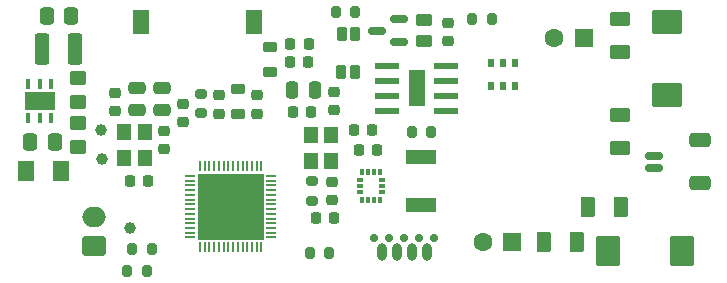
<source format=gbr>
%TF.GenerationSoftware,KiCad,Pcbnew,7.0.7*%
%TF.CreationDate,2023-09-20T12:31:10+02:00*%
%TF.ProjectId,Window_EMP_monitor_59_4x23_5x1.6mm,57696e64-6f77-45f4-954d-505f6d6f6e69,rev?*%
%TF.SameCoordinates,Original*%
%TF.FileFunction,Soldermask,Top*%
%TF.FilePolarity,Negative*%
%FSLAX46Y46*%
G04 Gerber Fmt 4.6, Leading zero omitted, Abs format (unit mm)*
G04 Created by KiCad (PCBNEW 7.0.7) date 2023-09-20 12:31:10*
%MOMM*%
%LPD*%
G01*
G04 APERTURE LIST*
G04 Aperture macros list*
%AMRoundRect*
0 Rectangle with rounded corners*
0 $1 Rounding radius*
0 $2 $3 $4 $5 $6 $7 $8 $9 X,Y pos of 4 corners*
0 Add a 4 corners polygon primitive as box body*
4,1,4,$2,$3,$4,$5,$6,$7,$8,$9,$2,$3,0*
0 Add four circle primitives for the rounded corners*
1,1,$1+$1,$2,$3*
1,1,$1+$1,$4,$5*
1,1,$1+$1,$6,$7*
1,1,$1+$1,$8,$9*
0 Add four rect primitives between the rounded corners*
20,1,$1+$1,$2,$3,$4,$5,0*
20,1,$1+$1,$4,$5,$6,$7,0*
20,1,$1+$1,$6,$7,$8,$9,0*
20,1,$1+$1,$8,$9,$2,$3,0*%
G04 Aperture macros list end*
%ADD10C,0.010000*%
%ADD11RoundRect,0.250000X-0.787500X-1.025000X0.787500X-1.025000X0.787500X1.025000X-0.787500X1.025000X0*%
%ADD12RoundRect,0.200000X-0.275000X0.200000X-0.275000X-0.200000X0.275000X-0.200000X0.275000X0.200000X0*%
%ADD13C,1.000000*%
%ADD14RoundRect,0.200000X-0.200000X-0.275000X0.200000X-0.275000X0.200000X0.275000X-0.200000X0.275000X0*%
%ADD15RoundRect,0.200000X0.275000X-0.200000X0.275000X0.200000X-0.275000X0.200000X-0.275000X-0.200000X0*%
%ADD16RoundRect,0.225000X0.225000X0.250000X-0.225000X0.250000X-0.225000X-0.250000X0.225000X-0.250000X0*%
%ADD17RoundRect,0.250000X0.625000X-0.375000X0.625000X0.375000X-0.625000X0.375000X-0.625000X-0.375000X0*%
%ADD18RoundRect,0.150000X0.625000X-0.150000X0.625000X0.150000X-0.625000X0.150000X-0.625000X-0.150000X0*%
%ADD19RoundRect,0.250000X0.650000X-0.350000X0.650000X0.350000X-0.650000X0.350000X-0.650000X-0.350000X0*%
%ADD20R,1.400000X2.100000*%
%ADD21RoundRect,0.250000X-0.475000X0.250000X-0.475000X-0.250000X0.475000X-0.250000X0.475000X0.250000X0*%
%ADD22RoundRect,0.250000X1.025000X-0.787500X1.025000X0.787500X-1.025000X0.787500X-1.025000X-0.787500X0*%
%ADD23RoundRect,0.225000X0.250000X-0.225000X0.250000X0.225000X-0.250000X0.225000X-0.250000X-0.225000X0*%
%ADD24RoundRect,0.225000X-0.250000X0.225000X-0.250000X-0.225000X0.250000X-0.225000X0.250000X0.225000X0*%
%ADD25RoundRect,0.225000X-0.225000X-0.250000X0.225000X-0.250000X0.225000X0.250000X-0.225000X0.250000X0*%
%ADD26RoundRect,0.218750X-0.381250X0.218750X-0.381250X-0.218750X0.381250X-0.218750X0.381250X0.218750X0*%
%ADD27RoundRect,0.250000X0.250000X0.475000X-0.250000X0.475000X-0.250000X-0.475000X0.250000X-0.475000X0*%
%ADD28R,1.200000X1.400000*%
%ADD29R,0.350000X0.580000*%
%ADD30R,0.580000X0.350000*%
%ADD31RoundRect,0.041300X-0.948700X-0.253700X0.948700X-0.253700X0.948700X0.253700X-0.948700X0.253700X0*%
%ADD32RoundRect,0.098350X-0.604150X-1.437900X0.604150X-1.437900X0.604150X1.437900X-0.604150X1.437900X0*%
%ADD33RoundRect,0.250000X-0.375000X-0.625000X0.375000X-0.625000X0.375000X0.625000X-0.375000X0.625000X0*%
%ADD34RoundRect,0.250000X-0.337500X-0.475000X0.337500X-0.475000X0.337500X0.475000X-0.337500X0.475000X0*%
%ADD35RoundRect,0.250000X0.375000X1.075000X-0.375000X1.075000X-0.375000X-1.075000X0.375000X-1.075000X0*%
%ADD36RoundRect,0.050000X-0.050000X0.387500X-0.050000X-0.387500X0.050000X-0.387500X0.050000X0.387500X0*%
%ADD37RoundRect,0.050000X-0.387500X0.050000X-0.387500X-0.050000X0.387500X-0.050000X0.387500X0.050000X0*%
%ADD38R,5.600000X5.600000*%
%ADD39R,1.600000X1.600000*%
%ADD40C,1.600000*%
%ADD41RoundRect,0.250000X0.337500X0.475000X-0.337500X0.475000X-0.337500X-0.475000X0.337500X-0.475000X0*%
%ADD42RoundRect,0.250000X-0.450000X0.350000X-0.450000X-0.350000X0.450000X-0.350000X0.450000X0.350000X0*%
%ADD43RoundRect,0.200000X0.200000X0.275000X-0.200000X0.275000X-0.200000X-0.275000X0.200000X-0.275000X0*%
%ADD44RoundRect,0.250000X-0.450000X0.262500X-0.450000X-0.262500X0.450000X-0.262500X0.450000X0.262500X0*%
%ADD45RoundRect,0.250000X0.750000X-0.600000X0.750000X0.600000X-0.750000X0.600000X-0.750000X-0.600000X0*%
%ADD46O,2.000000X1.700000*%
%ADD47R,0.420000X0.840000*%
%ADD48R,2.500000X1.600000*%
%ADD49RoundRect,0.037100X-0.227900X0.317900X-0.227900X-0.317900X0.227900X-0.317900X0.227900X0.317900X0*%
%ADD50C,0.700000*%
%ADD51O,0.800000X1.500000*%
%ADD52RoundRect,0.124800X-0.275200X0.475200X-0.275200X-0.475200X0.275200X-0.475200X0.275200X0.475200X0*%
%ADD53RoundRect,0.250001X-0.462499X-0.624999X0.462499X-0.624999X0.462499X0.624999X-0.462499X0.624999X0*%
%ADD54RoundRect,0.150000X0.587500X0.150000X-0.587500X0.150000X-0.587500X-0.150000X0.587500X-0.150000X0*%
G04 APERTURE END LIST*
%TO.C,U1*%
D10*
X171950000Y-95257700D02*
X171548160Y-95257700D01*
X171548160Y-94160000D01*
X171950000Y-94160000D01*
X171950000Y-95257700D01*
G36*
X171950000Y-95257700D02*
G01*
X171548160Y-95257700D01*
X171548160Y-94160000D01*
X171950000Y-94160000D01*
X171950000Y-95257700D01*
G37*
X171950000Y-99362960D02*
X171548640Y-99362960D01*
X171548640Y-98260000D01*
X171950000Y-98260000D01*
X171950000Y-99362960D01*
G36*
X171950000Y-99362960D02*
G01*
X171548640Y-99362960D01*
X171548640Y-98260000D01*
X171950000Y-98260000D01*
X171950000Y-99362960D01*
G37*
X172450000Y-99364080D02*
X172048903Y-99364080D01*
X172048903Y-98260000D01*
X172450000Y-98260000D01*
X172450000Y-99364080D01*
G36*
X172450000Y-99364080D02*
G01*
X172048903Y-99364080D01*
X172048903Y-98260000D01*
X172450000Y-98260000D01*
X172450000Y-99364080D01*
G37*
X172450000Y-95259470D02*
X172049752Y-95259470D01*
X172049752Y-94160000D01*
X172450000Y-94160000D01*
X172450000Y-95259470D01*
G36*
X172450000Y-95259470D02*
G01*
X172049752Y-95259470D01*
X172049752Y-94160000D01*
X172450000Y-94160000D01*
X172450000Y-95259470D01*
G37*
X172950000Y-99363810D02*
X172549707Y-99363810D01*
X172549707Y-98260000D01*
X172950000Y-98260000D01*
X172950000Y-99363810D01*
G36*
X172950000Y-99363810D02*
G01*
X172549707Y-99363810D01*
X172549707Y-98260000D01*
X172950000Y-98260000D01*
X172950000Y-99363810D01*
G37*
X172950000Y-95258350D02*
X172549780Y-95258350D01*
X172549780Y-94160000D01*
X172950000Y-94160000D01*
X172950000Y-95258350D01*
G36*
X172950000Y-95258350D02*
G01*
X172549780Y-95258350D01*
X172549780Y-94160000D01*
X172950000Y-94160000D01*
X172950000Y-95258350D01*
G37*
X173450000Y-95259660D02*
X173050069Y-95259660D01*
X173050069Y-94160000D01*
X173450000Y-94160000D01*
X173450000Y-95259660D01*
G36*
X173450000Y-95259660D02*
G01*
X173050069Y-95259660D01*
X173050069Y-94160000D01*
X173450000Y-94160000D01*
X173450000Y-95259660D01*
G37*
X173450000Y-99363510D02*
X173050405Y-99363510D01*
X173050405Y-98260000D01*
X173450000Y-98260000D01*
X173450000Y-99363510D01*
G36*
X173450000Y-99363510D02*
G01*
X173050405Y-99363510D01*
X173050405Y-98260000D01*
X173450000Y-98260000D01*
X173450000Y-99363510D01*
G37*
X173950000Y-95259340D02*
X173550351Y-95259340D01*
X173550351Y-94160000D01*
X173950000Y-94160000D01*
X173950000Y-95259340D01*
G36*
X173950000Y-95259340D02*
G01*
X173550351Y-95259340D01*
X173550351Y-94160000D01*
X173950000Y-94160000D01*
X173950000Y-95259340D01*
G37*
X173950000Y-99361600D02*
X173550491Y-99361600D01*
X173550491Y-98260000D01*
X173950000Y-98260000D01*
X173950000Y-99361600D01*
G36*
X173950000Y-99361600D02*
G01*
X173550491Y-99361600D01*
X173550491Y-98260000D01*
X173950000Y-98260000D01*
X173950000Y-99361600D01*
G37*
%TD*%
D11*
%TO.C,probeC2*%
X188610000Y-102710000D03*
X194835000Y-102710000D03*
%TD*%
D12*
%TO.C,ER1*%
X154150000Y-89425000D03*
X154150000Y-91075000D03*
%TD*%
D13*
%TO.C,TP2*%
X145730000Y-94920000D03*
%TD*%
D14*
%TO.C,BAT_SENSE_R2*%
X148345000Y-102560000D03*
X149995000Y-102560000D03*
%TD*%
D15*
%TO.C,ER3*%
X163580000Y-98455000D03*
X163580000Y-96805000D03*
%TD*%
D16*
%TO.C,EC2*%
X163495000Y-90990000D03*
X161945000Y-90990000D03*
%TD*%
D17*
%TO.C,DMPprobeSS12_2*%
X189620000Y-85890000D03*
X189620000Y-83090000D03*
%TD*%
D18*
%TO.C,SHJ1*%
X192490000Y-95670000D03*
X192490000Y-94670000D03*
D19*
X196365000Y-96970000D03*
X196365000Y-93370000D03*
%TD*%
D20*
%TO.C,ANT1*%
X158599500Y-83340000D03*
X149099500Y-83340000D03*
%TD*%
D21*
%TO.C,EC7*%
X150830000Y-88910000D03*
X150830000Y-90810000D03*
%TD*%
D22*
%TO.C,probeC1*%
X193640000Y-89545000D03*
X193640000Y-83320000D03*
%TD*%
D23*
%TO.C,EC10*%
X158920000Y-91095000D03*
X158920000Y-89545000D03*
%TD*%
D24*
%TO.C,EC6*%
X155650000Y-89555000D03*
X155650000Y-91105000D03*
%TD*%
D25*
%TO.C,EC14*%
X148125000Y-96770000D03*
X149675000Y-96770000D03*
%TD*%
D26*
%TO.C,L1*%
X157280000Y-88987500D03*
X157280000Y-91112500D03*
%TD*%
D27*
%TO.C,EC3*%
X163770000Y-89060000D03*
X161870000Y-89060000D03*
%TD*%
D25*
%TO.C,EC13*%
X167115000Y-92520000D03*
X168665000Y-92520000D03*
%TD*%
D14*
%TO.C,BAT_SENSE_R1*%
X147895000Y-104390000D03*
X149545000Y-104390000D03*
%TD*%
%TO.C,I2C_SCL_R2*%
X177125000Y-83110000D03*
X178775000Y-83110000D03*
%TD*%
D28*
%TO.C,ECY1*%
X147670000Y-92670000D03*
X147670000Y-94870000D03*
X149370000Y-94870000D03*
X149370000Y-92670000D03*
%TD*%
D29*
%TO.C,IMU1*%
X169270000Y-96020000D03*
X168770000Y-96020000D03*
X168270000Y-96020000D03*
X167770000Y-96020000D03*
D30*
X167595000Y-96695000D03*
X167595000Y-97195000D03*
X167595000Y-97695000D03*
D29*
X167770000Y-98370000D03*
X168270000Y-98370000D03*
X168770000Y-98370000D03*
X169270000Y-98370000D03*
D30*
X169445000Y-97695000D03*
X169445000Y-97195000D03*
X169445000Y-96695000D03*
%TD*%
D31*
%TO.C,U5*%
X169920000Y-87040000D03*
X169920000Y-88310000D03*
X169920000Y-89580000D03*
X169920000Y-90850000D03*
X174860000Y-90850000D03*
X174860000Y-89580000D03*
X174860000Y-88310000D03*
X174860000Y-87040000D03*
D32*
X172460000Y-88895000D03*
%TD*%
D33*
%TO.C,probeSS12_4*%
X183200000Y-101960000D03*
X186000000Y-101960000D03*
%TD*%
D34*
%TO.C,AUR_C2*%
X139672500Y-93520000D03*
X141747500Y-93520000D03*
%TD*%
D25*
%TO.C,EC9*%
X161685000Y-86750000D03*
X163235000Y-86750000D03*
%TD*%
D33*
%TO.C,probeSS12_3*%
X186950000Y-99010000D03*
X189750000Y-99010000D03*
%TD*%
D23*
%TO.C,EC15*%
X165450000Y-90805000D03*
X165450000Y-89255000D03*
%TD*%
D35*
%TO.C,AUR_l1*%
X143520000Y-85600000D03*
X140720000Y-85600000D03*
%TD*%
D36*
%TO.C,ESP32S1*%
X159270000Y-95542500D03*
X158870000Y-95542500D03*
X158470000Y-95542500D03*
X158070000Y-95542500D03*
X157670000Y-95542500D03*
X157270000Y-95542500D03*
X156870000Y-95542500D03*
X156470000Y-95542500D03*
X156070000Y-95542500D03*
X155670000Y-95542500D03*
X155270000Y-95542500D03*
X154870000Y-95542500D03*
X154470000Y-95542500D03*
X154070000Y-95542500D03*
D37*
X153232500Y-96380000D03*
X153232500Y-96780000D03*
X153232500Y-97180000D03*
X153232500Y-97580000D03*
X153232500Y-97980000D03*
X153232500Y-98380000D03*
X153232500Y-98780000D03*
X153232500Y-99180000D03*
X153232500Y-99580000D03*
X153232500Y-99980000D03*
X153232500Y-100380000D03*
X153232500Y-100780000D03*
X153232500Y-101180000D03*
X153232500Y-101580000D03*
D36*
X154070000Y-102417500D03*
X154470000Y-102417500D03*
X154870000Y-102417500D03*
X155270000Y-102417500D03*
X155670000Y-102417500D03*
X156070000Y-102417500D03*
X156470000Y-102417500D03*
X156870000Y-102417500D03*
X157270000Y-102417500D03*
X157670000Y-102417500D03*
X158070000Y-102417500D03*
X158470000Y-102417500D03*
X158870000Y-102417500D03*
X159270000Y-102417500D03*
D37*
X160107500Y-101580000D03*
X160107500Y-101180000D03*
X160107500Y-100780000D03*
X160107500Y-100380000D03*
X160107500Y-99980000D03*
X160107500Y-99580000D03*
X160107500Y-99180000D03*
X160107500Y-98780000D03*
X160107500Y-98380000D03*
X160107500Y-97980000D03*
X160107500Y-97580000D03*
X160107500Y-97180000D03*
X160107500Y-96780000D03*
X160107500Y-96380000D03*
D38*
X156670000Y-98980000D03*
%TD*%
D39*
%TO.C,probeC4*%
X186555791Y-84730000D03*
D40*
X184055791Y-84730000D03*
%TD*%
D41*
%TO.C,AUR_C1*%
X143177500Y-82810000D03*
X141102500Y-82810000D03*
%TD*%
D42*
%TO.C,AUR_R1*%
X143710000Y-91900000D03*
X143710000Y-93900000D03*
%TD*%
D23*
%TO.C,EC1*%
X152610000Y-91805000D03*
X152610000Y-90255000D03*
%TD*%
D43*
%TO.C,I2C_SDA_R2*%
X173635000Y-92630000D03*
X171985000Y-92630000D03*
%TD*%
D14*
%TO.C,LR1*%
X165555000Y-82510000D03*
X167205000Y-82510000D03*
%TD*%
D43*
%TO.C,ER2*%
X164995000Y-102870000D03*
X163345000Y-102870000D03*
%TD*%
D44*
%TO.C,MTRR1*%
X173060000Y-83137500D03*
X173060000Y-84962500D03*
%TD*%
D42*
%TO.C,AUR_R2*%
X143710000Y-88110000D03*
X143710000Y-90110000D03*
%TD*%
D17*
%TO.C,probeSS12_1*%
X189610000Y-93980000D03*
X189610000Y-91180000D03*
%TD*%
D45*
%TO.C,PWR_PLUG1*%
X145122500Y-102310000D03*
D46*
X145122500Y-99810000D03*
%TD*%
D25*
%TO.C,EC11*%
X163855000Y-99960000D03*
X165405000Y-99960000D03*
%TD*%
D24*
%TO.C,EC17*%
X165220000Y-96845000D03*
X165220000Y-98395000D03*
%TD*%
D23*
%TO.C,EC8*%
X151060000Y-94075000D03*
X151060000Y-92525000D03*
%TD*%
D47*
%TO.C,AUR1*%
X141430000Y-88560000D03*
X140480000Y-88560000D03*
X139530000Y-88560000D03*
X139530000Y-91430000D03*
X140480000Y-91430000D03*
X141430000Y-91430000D03*
D48*
X140480000Y-89995000D03*
%TD*%
D23*
%TO.C,EC12*%
X146880000Y-90865000D03*
X146880000Y-89315000D03*
%TD*%
D49*
%TO.C,U3*%
X180745000Y-86785487D03*
X179745000Y-86785487D03*
X178745000Y-86785487D03*
X178745000Y-88755487D03*
X179745000Y-88755487D03*
X180745000Y-88755487D03*
%TD*%
D25*
%TO.C,LSC1*%
X167535000Y-94150000D03*
X169085000Y-94150000D03*
%TD*%
D50*
%TO.C,J2*%
X168830000Y-101630000D03*
X170100000Y-101630000D03*
X171370000Y-101630000D03*
X172640000Y-101630000D03*
X173910000Y-101630000D03*
D51*
X173275000Y-102785000D03*
X172005000Y-102785000D03*
X170735000Y-102785000D03*
X169465000Y-102785000D03*
%TD*%
D21*
%TO.C,EC4*%
X148740000Y-88910000D03*
X148740000Y-90810000D03*
%TD*%
D13*
%TO.C,TP3*%
X148140000Y-100820000D03*
%TD*%
%TO.C,TP1*%
X145660000Y-92490000D03*
%TD*%
D25*
%TO.C,EC5*%
X161725000Y-85180000D03*
X163275000Y-85180000D03*
%TD*%
D26*
%TO.C,EL1*%
X159960000Y-85467500D03*
X159960000Y-87592500D03*
%TD*%
D39*
%TO.C,probeC3*%
X180510000Y-101930000D03*
D40*
X178010000Y-101930000D03*
%TD*%
D52*
%TO.C,LED1*%
X166050000Y-84380000D03*
X166040000Y-87560000D03*
X167190000Y-84380000D03*
X167160000Y-87570000D03*
%TD*%
D23*
%TO.C,ATC1*%
X175030000Y-84935000D03*
X175030000Y-83385000D03*
%TD*%
D53*
%TO.C,BAT_FUSE1*%
X139312500Y-95930000D03*
X142287500Y-95930000D03*
%TD*%
D54*
%TO.C,MTRT1*%
X170945000Y-85020000D03*
X170945000Y-83120000D03*
X169070000Y-84070000D03*
%TD*%
D28*
%TO.C,ECY2*%
X163460000Y-92880000D03*
X163460000Y-95080000D03*
X165160000Y-95080000D03*
X165160000Y-92880000D03*
%TD*%
M02*

</source>
